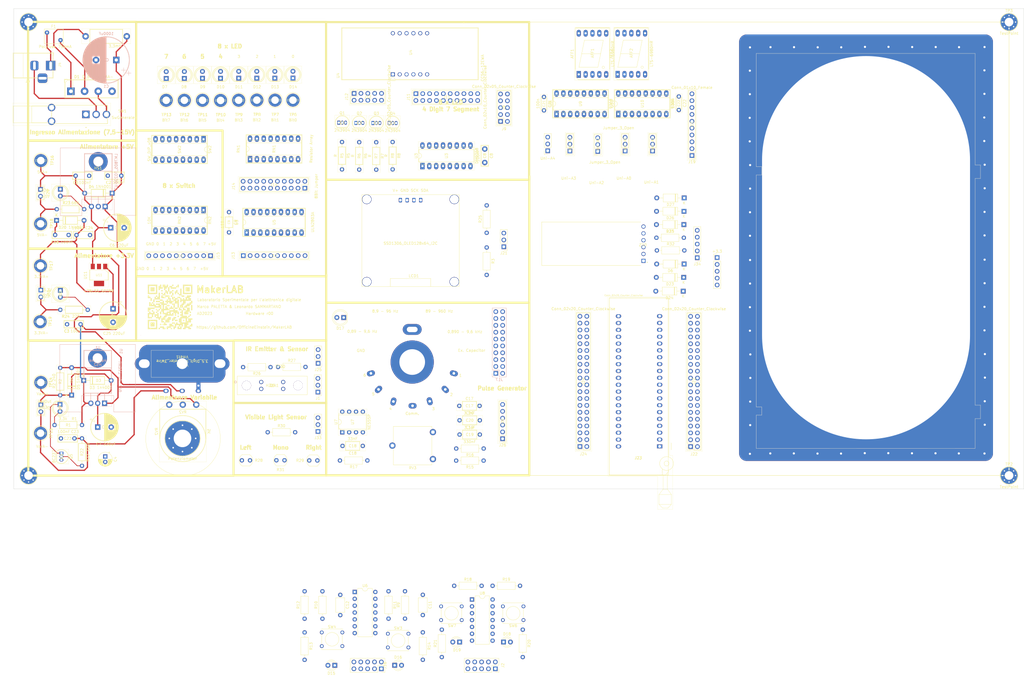
<source format=kicad_pcb>
(kicad_pcb (version 20211014) (generator pcbnew)
  (layers (0 "F.Cu" signal) (31 "B.Cu" signal) (34 "B.Paste" user) (35 "F.Paste" user) (36 "B.SilkS" user "B.Silkscreen") (37 "F.SilkS" user "F.Silkscreen") (38 "B.Mask" user) (39 "F.Mask" user) (44 "Edge.Cuts" user))
  (net 0 "")
  (net 1 "Net-(AFF1-Pad1)")
  (net 2 "Net-(AFF1-Pad2)")
  (net 3 "Net-(AFF1-Pad4)")
  (net 5 "Net-(AFF1-Pad6)")
  (net 6 "Net-(AFF1-Pad7)")
  (net 8 "Net-(AFF1-Pad9)")
  (net 9 "Net-(AFF1-Pad10)")
  (net 10 "Net-(AFF2-Pad1)")
  (net 11 "Net-(AFF2-Pad2)")
  (net 12 "Net-(AFF2-Pad4)")
  (net 14 "Net-(AFF2-Pad6)")
  (net 15 "Net-(AFF2-Pad7)")
  (net 17 "Net-(AFF2-Pad9)")
  (net 18 "Net-(AFF2-Pad10)")
  (net 19 "Net-(D1-Pad1)")
  (net 20 "Net-(D7-Pad1)")
  (net 21 "Net-(D8-Pad1)")
  (net 22 "Net-(D9-Pad1)")
  (net 23 "Net-(D10-Pad1)")
  (net 24 "Net-(D11-Pad1)")
  (net 25 "Net-(D12-Pad1)")
  (net 26 "Net-(D13-Pad1)")
  (net 27 "Net-(D14-Pad1)")
  (net 28 "Net-(J4-Pad2)")
  (net 29 "Net-(J13-Pad9)")
  (net 30 "Net-(J13-Pad2)")
  (net 31 "Net-(J13-Pad3)")
  (net 32 "Net-(J13-Pad4)")
  (net 33 "Net-(J13-Pad5)")
  (net 34 "Net-(J13-Pad6)")
  (net 35 "Net-(J13-Pad7)")
  (net 36 "Net-(J13-Pad8)")
  (net 37 "Net-(J19-Pad1)")
  (net 38 "Net-(J19-Pad2)")
  (net 39 "Net-(J19-Pad3)")
  (net 40 "Net-(J19-Pad4)")
  (net 41 "Net-(J19-Pad5)")
  (net 42 "Net-(J19-Pad6)")
  (net 43 "Net-(J19-Pad7)")
  (net 44 "Net-(J19-Pad8)")
  (net 45 "Net-(J19-Pad9)")
  (net 46 "Net-(J19-Pad10)")
  (net 47 "Net-(Q1-Pad2)")
  (net 48 "Net-(Q2-Pad2)")
  (net 49 "Net-(Q3-Pad2)")
  (net 50 "Net-(Q4-Pad2)")
  (net 51 "Net-(J9-Pad5)")
  (net 52 "Net-(J9-Pad4)")
  (net 53 "Net-(J9-Pad3)")
  (net 54 "Net-(J9-Pad2)")
  (net 55 "Net-(J14-Pad12)")
  (net 56 "Net-(J14-Pad13)")
  (net 57 "Net-(J14-Pad14)")
  (net 58 "Net-(J14-Pad15)")
  (net 59 "Net-(J14-Pad16)")
  (net 60 "Net-(J14-Pad17)")
  (net 61 "Net-(J14-Pad18)")
  (net 62 "Net-(J14-Pad19)")
  (net 63 "Net-(J15-Pad2)")
  (net 64 "Net-(J15-Pad3)")
  (net 65 "Net-(J15-Pad4)")
  (net 66 "Net-(J15-Pad5)")
  (net 67 "Net-(J15-Pad6)")
  (net 68 "Net-(J15-Pad7)")
  (net 69 "Net-(J15-Pad8)")
  (net 71 "Net-(C4-Pad1)")
  (net 72 "/Alimentazione/+Vvar")
  (net 73 "Net-(J11-Pad16)")
  (net 74 "Net-(J11-Pad13)")
  (net 75 "Net-(J11-Pad14)")
  (net 76 "Net-(J12-Pad8)")
  (net 77 "Net-(J11-Pad20)")
  (net 78 "Net-(J14-Pad10)")
  (net 79 "Net-(J14-Pad3)")
  (net 80 "Net-(J14-Pad4)")
  (net 81 "Net-(J14-Pad5)")
  (net 82 "Net-(J14-Pad6)")
  (net 83 "Net-(J14-Pad7)")
  (net 84 "Net-(J14-Pad8)")
  (net 85 "Net-(J14-Pad9)")
  (net 86 "Net-(RV3-Pad2)")
  (net 87 "/Gen_Clock/Clock")
  (net 89 "Net-(C15-Pad1)")
  (net 90 "Net-(R15-Pad2)")
  (net 91 "Net-(J26-Pad4)")
  (net 92 "Net-(R16-Pad2)")
  (net 94 "Net-(U10-Pad5)")
  (net 95 "GNDA")
  (net 96 "Net-(J23-Pad21)")
  (net 97 "Net-(J23-Pad22)")
  (net 98 "Net-(J23-Pad23)")
  (net 99 "Net-(J23-Pad24)")
  (net 100 "Net-(J23-Pad25)")
  (net 101 "Net-(J23-Pad26)")
  (net 102 "Net-(J23-Pad27)")
  (net 103 "Net-(J23-Pad28)")
  (net 104 "Net-(J23-Pad29)")
  (net 105 "Net-(J23-Pad30)")
  (net 106 "Net-(J23-Pad31)")
  (net 107 "Net-(J23-Pad32)")
  (net 108 "Net-(J23-Pad33)")
  (net 109 "Net-(J23-Pad34)")
  (net 110 "Net-(J23-Pad35)")
  (net 111 "Net-(J23-Pad36)")
  (net 112 "Net-(J23-Pad37)")
  (net 113 "Net-(J23-Pad38)")
  (net 114 "Net-(J23-Pad39)")
  (net 115 "Net-(J23-Pad40)")
  (net 116 "Net-(J9-Pad6)")
  (net 117 "Net-(J9-Pad7)")
  (net 118 "Net-(J9-Pad8)")
  (net 119 "Net-(J9-Pad9)")
  (net 120 "Net-(J9-Pad10)")
  (net 121 "/Pulse_2/Pulse+")
  (net 122 "/Pulse_2/Pulse-")
  (net 123 "/Gen_fronti/OUT+")
  (net 124 "/Gen_fronti/OUT-")
  (net 125 "Net-(J12-Pad6)")
  (net 126 "Net-(U9-Pad5)")
  (net 128 "Net-(C17-Pad1)")
  (net 129 "Net-(C18-Pad1)")
  (net 130 "Net-(C19-Pad1)")
  (net 131 "Net-(J12-Pad10)")
  (net 132 "Net-(J11-Pad1)")
  (net 133 "Net-(J11-Pad2)")
  (net 134 "Net-(J11-Pad3)")
  (net 135 "Net-(J11-Pad4)")
  (net 136 "Net-(J11-Pad5)")
  (net 137 "Net-(J11-Pad6)")
  (net 138 "Net-(J11-Pad7)")
  (net 139 "Net-(J11-Pad11)")
  (net 140 "Net-(J11-Pad8)")
  (net 141 "Net-(J11-Pad9)")
  (net 142 "Net-(J11-Pad10)")
  (net 143 "Net-(J11-Pad12)")
  (net 148 "Net-(C1-Pad1)")
  (net 149 "Net-(J14-Pad11)")
  (net 150 "Net-(C20-Pad1)")
  (net 151 "Net-(J12-Pad3)")
  (net 152 "Net-(J12-Pad4)")
  (net 153 "Net-(J12-Pad5)")
  (net 154 "Net-(J12-Pad7)")
  (net 155 "Net-(J12-Pad9)")
  (net 156 "Net-(U10-Pad1)")
  (net 157 "Net-(U10-Pad2)")
  (net 158 "Net-(U10-Pad6)")
  (net 159 "Net-(U10-Pad7)")
  (net 160 "Net-(C16-Pad1)")
  (net 161 "Net-(C7-Pad1)")
  (net 162 "Net-(C24-Pad1)")
  (net 163 "Net-(J15-Pad9)")
  (net 164 "Net-(D2-Pad2)")
  (net 165 "Net-(J22-Pad3)")
  (net 166 "Net-(J22-Pad5)")
  (net 167 "Net-(J22-Pad7)")
  (net 168 "Net-(J22-Pad10)")
  (net 169 "Net-(J22-Pad11)")
  (net 170 "Net-(J22-Pad13)")
  (net 171 "Net-(J22-Pad15)")
  (net 172 "Net-(J22-Pad17)")
  (net 173 "Net-(J22-Pad19)")
  (net 174 "Net-(J22-Pad21)")
  (net 175 "Net-(J22-Pad23)")
  (net 176 "Net-(J22-Pad25)")
  (net 177 "Net-(J22-Pad27)")
  (net 178 "Net-(J22-Pad29)")
  (net 179 "Net-(J22-Pad31)")
  (net 180 "Net-(J22-Pad33)")
  (net 181 "Net-(J22-Pad35)")
  (net 182 "Net-(J22-Pad37)")
  (net 183 "Net-(D21-Pad2)")
  (net 184 "Net-(D2-Pad1)")
  (net 185 "Net-(J22-Pad1)")
  (net 186 "Net-(J22-Pad39)")
  (net 187 "Net-(D1-Pad2)")
  (net 188 "Net-(D1-Pad3)")
  (net 189 "Net-(D22-Pad2)")
  (net 190 "Net-(Q5-Pad2)")
  (net 191 "Net-(F1-Pad1)")
  (net 192 "Net-(D17-Pad2)")
  (net 193 "Net-(J33-Pad2)")
  (net 194 "Net-(C11-Pad1)")
  (net 195 "Net-(C12-Pad1)")
  (net 196 "Net-(D23-Pad1)")
  (net 197 "GND")
  (net 198 "Net-(J21-Pad2)")
  (net 199 "Net-(J21-Pad3)")
  (net 200 "Net-(D15-Pad1)")
  (net 201 "Net-(J25-Pad3)")
  (net 202 "Net-(Q6-Pad1)")
  (net 203 "Net-(J33-Pad1)")
  (net 204 "Net-(J33-Pad3)")
  (net 205 "Net-(J34-Pad2)")
  (net 206 "Net-(J34-Pad3)")
  (net 207 "/Alimentazione/+3.3V")
  (net 208 "+5V")
  (net 209 "/Alimentazione/+5V")
  (net 210 "Net-(D15-Pad2)")
  (net 211 "Net-(D6-Pad1)")
  (net 212 "Net-(D16-Pad1)")
  (net 213 "Net-(D23-Pad2)")
  (net 214 "Net-(D25-Pad2)")
  (net 215 "Net-(D26-Pad2)")
  (net 216 "Net-(D16-Pad2)")
  (net 217 "Net-(D18-Pad1)")
  (net 218 "Net-(D18-Pad2)")
  (net 219 "Net-(D25-Pad1)")
  (net 220 "Net-(J1-Pad2)")
  (net 221 "Net-(J1-Pad3)")
  (net 222 "Net-(J34-Pad4)")
  (net 223 "Net-(J34-Pad5)")
  (net 224 "Net-(R9-Pad1)")
  (net 225 "Net-(R10-Pad1)")
  (net 226 "Net-(R18-Pad1)")
  (net 227 "Net-(R19-Pad2)")
  (net 228 "Net-(D19-Pad2)")
  (net 229 "Net-(U6-Pad6)")
  (net 230 "Net-(D19-Pad1)")
  (footprint "Resistor_THT:R_Axial_DIN0207_L6.3mm_D2.5mm_P10.16mm_Horizontal" (layer "F.Cu") (at 107.696 226.06 90)
    (fp_text reference "R12")
    (fp_text value "10K")
  )
  (footprint "Capacitor_THT:C_Axial_L5.1mm_D3.1mm_P7.50mm_Horizontal" (layer "F.Cu") (at 120.904 217.23 -90)
    (fp_text reference "C12")
    (fp_text value "1uF")
  )
  (footprint "Diode_THT:D_A-405_P10.16mm_Horizontal" (layer "F.Cu") (at 15.875 78.486)
    (fp_text reference "D20")
    (fp_text value "1N4001")
  )
  (footprint "OptoDevice:R_LDR_5.0x4.1mm_P3mm_Vertical" (layer "F.Cu") (at 109.4218 167.4368)
    (fp_text reference "R29")
    (fp_text value "Right")
  )
  (footprint "Package_TO_SOT_THT:TO-92_Inline" (layer "F.Cu") (at 17.653 164.719 -90)
    (fp_text reference "Q5")
    (fp_text value "BC237")
  )
  (footprint "LED_THT:LED_D5.0mm" (layer "F.Cu") (at 96.6724 25.8014 90)
    (fp_text reference "D13")
    (fp_text value "1")
  )
  (footprint "LED_THT:LED_D5.0mm" (layer "F.Cu") (at 103.378 25.776 90)
    (fp_text reference "D14")
    (fp_text value "0")
  )
  (footprint "Resistor_THT:R_Axial_DIN0207_L6.3mm_D2.5mm_P10.16mm_Horizontal" (layer "F.Cu") (at 17.241123 111.6076)
    (fp_text reference "R24")
    (fp_text value "220")
  )
  (footprint "MountingHole:MountingHole_3.2mm_M3_Pad_Via" (layer "F.Cu") (at 5.5 173)
    (fp_text reference "TP4" hide)
    (fp_text value "TestPoint" hide)
  )
  (footprint "Package_TO_SOT_THT:TO-92_Inline" (layer "F.Cu") (at 120.3404 42.2744)
    (fp_text reference "Q1")
    (fp_text value "2N3904")
  )
  (footprint "LED_THT:LED_D3.0mm" (layer "F.Cu") (at 181.356 234.696)
    (fp_text reference "D18")
    (fp_text value "LED")
  )
  (footprint "Capacitor_THT:C_Disc_D7.0mm_W2.5mm_P5.00mm" (layer "F.Cu") (at 39.838 61.9252 180)
    (fp_text reference "C2")
    (fp_text value "100nF")
  )
  (footprint "Package_TO_SOT_THT:TO-92_Inline" (layer "F.Cu") (at 139.0348 42.4224)
    (fp_text reference "Q4")
    (fp_text value "2N3904")
  )
  (footprint "Heatsink2:Heatsink_28x25_Horiz" (layer "F.Cu") (at 31.0838 129.4286)
    (fp_text reference "HS2")
    (fp_text value "Heatsink")
  )
  (footprint "Resistor_THT:R_Axial_DIN0207_L6.3mm_D2.5mm_P10.16mm_Horizontal" (layer "F.Cu") (at 94.0294 156.972)
    (fp_text reference "R30")
    (fp_text value "33k")
  )
  (footprint "Diode_THT:D_A-405_P10.16mm_Horizontal" (layer "F.Cu") (at 21.4376 143.1954 90)
    (fp_text reference "D5")
    (fp_text value "1n4001")
  )
  (footprint "LED_THT:LED_D3.0mm" (layer "F.Cu") (at 118.872 243.332 180)
    (fp_text reference "D15")
    (fp_text value "LED")
  )
  (footprint "Capacitor_THT:C_Axial_L5.1mm_D3.1mm_P7.50mm_Horizontal" (layer "F.Cu") (at 151.468 217.21 -90)
    (fp_text reference "C11")
    (fp_text value "1uF")
  )
  (footprint "Display_7Segment:CA56-12EWA" (layer "F.Cu") (at 140.3604 24.384 90)
    (fp_text reference "U4")
    (fp_text value "CC56-12EWA")
  )
  (footprint "Symbol:Alimentatore Variabile" (layer "F.Cu") (at 25.3238 26.924)
    (fp_text reference "TP24" hide)
    (fp_text value "Ingresso Alimentazione (7,5-15V)")
  )
  (footprint "TestPoint:TestPoint_Loop_D3.80mm_Drill2.8mm" (layer "F.Cu") (at 56.4642 33.9802)
    (fp_text reference "TP13")
    (fp_text value "Bit7")
  )
  (footprint "Resistor_THT:R_Axial_DIN0207_L6.3mm_D2.5mm_P10.16mm_Horizontal" (layer "F.Cu") (at 127.9144 49.5046 -90)
    (fp_text reference "R6")
    (fp_text value "R")
  )
  (footprint "MountingHole:MountingHole_3.2mm_M3_Pad_Via" (layer "F.Cu") (at 5.5 5)
    (fp_text reference "TP1" hide)
    (fp_text value "TestPoint" hide)
  )
  (footprint "Connector_PinHeader_2.54mm:PinHeader_1x06_P2.54mm_Vertical" (layer "F.Cu") (at 181.0004 159.385 180)
    (fp_text reference "J26")
    (fp_text value "Conn_01x06_Female" hide)
  )
  (footprint "Connector_PinSocket_2.54mm:PinSocket_1x03_P2.54mm_Vertical" (layer "F.Cu") (at 216.2302 52.9336 180)
    (fp_text reference "Uni-A2")
    (fp_text value "Jumper_3_Open")
  )
  (footprint "LED_THT:LED_D5.0mm" (layer "F.Cu") (at 69.8754 25.8318 90)
    (fp_text reference "D9")
    (fp_text value "5")
  )
  (footprint "Capacitor_THT:CP_Radial_D10.0mm_P5.00mm" (layer "F.Cu") (at 36.7792 111.2266 -90)
    (fp_text reference "C25")
    (fp_text value "220uF")
  )
  (footprint "Resistor_THT:R_Axial_DIN0207_L6.3mm_D2.5mm_P10.16mm_Horizontal" (layer "F.Cu") (at 140.2842 49.4284 -90)
    (fp_text reference "R8")
    (fp_text value "R")
  )
  (footprint "SerigrafieMakerLAB:Clock NE555" (layer "F.Cu") (at 98.679 133.1214)
    (fp_text reference "TP30")
    (fp_text value "Pulse Generator")
  )
  (footprint "Connector_PinSocket_2.54mm:PinSocket_1x02_P2.54mm_Vertical" (layer "F.Cu") (at 10.058 146.8012)
    (fp_text reference "J5")
    (fp_text value "Conn_01x02_Male" hide)
  )
  (footprint "TestPoint:TestPoint_Loop_D3.80mm_Drill2.8mm" (layer "F.Cu") (at 9.911323 95.3116)
    (fp_text reference "TP17")
    (fp_text value "3.3VA+")
  )
  (footprint "Resistor_THT:R_Axial_DIN0207_L6.3mm_D2.5mm_P10.16mm_Horizontal" (layer "F.Cu") (at 175.1076 83.0834 90)
    (fp_text reference "R25")
    (fp_text value "3,3k")
  )
  (footprint "Connector_PinHeader_2.54mm:PinHeader_1x03_P2.54mm_Vertical" (layer "F.Cu") (at 112.649 156.6926 180)
    (fp_text reference "J33")
    (fp_text value "Visible Light Sensor")
  )
  (footprint "Resistor_THT:R_Axial_DIN0207_L6.3mm_D2.5mm_P10.16mm_Horizontal" (layer "F.Cu") (at 15.9258 74.3458)
    (fp_text reference "R23")
    (fp_text value "680")
  )
  (footprint "TestPoint:TestPoint_Loop_D3.80mm_Drill2.8mm" (layer "F.Cu") (at 9.9314 157.3276)
    (fp_text reference "TP15")
    (fp_text value "VarA-")
  )
  (footprint "Connector_PinSocket_2.54mm:PinSocket_2x05_P2.54mm_Vertical" (layer "F.Cu") (at 178.308 244.622 -90)
    (fp_text reference "J2")
    (fp_text value "Conn_02x05_Counter_Clockwise")
  )
  (footprint "Capacitor_THT:C_Axial_L3.8mm_D2.6mm_P7.50mm_Horizontal" (layer "F.Cu") (at 79.7052 75.4218 -90)
    (fp_text reference "C9")
    (fp_text value "100nF")
  )
  (footprint "TestPoint:TestPoint_Loop_D3.80mm_Drill2.8mm" (layer "F.Cu") (at 90.0176 33.909)
    (fp_text reference "TP8")
    (fp_text value "Bit2")
  )
  (footprint "TestPoint:TestPoint_Loop_D3.80mm_Drill2.8mm" (layer "F.Cu") (at 63.1698 33.9802)
    (fp_text reference "TP12")
    (fp_text value "Bit6")
  )
  (footprint "Capacitor_THT:C_Disc_D7.0mm_W2.5mm_P5.00mm" (layer "F.Cu") (at 22.9254 61.9506)
    (fp_text reference "C5")
    (fp_text value "100nF")
  )
  (footprint "Capacitor_THT:CP_Radial_D10.0mm_P5.00mm" (layer "F.Cu") (at 35.884723 81.2038)
    (fp_text reference "C6")
    (fp_text value "220uF")
  )
  (footprint "MountingHole:MountingHole_3.2mm_M3_Pad_Via" (layer "F.Cu") (at 368.5 5)
    (fp_text reference "TP3")
    (fp_text value "TestPoint")
  )
  (footprint "Resistor_THT:R_Axial_DIN0207_L6.3mm_D2.5mm_P10.16mm_Horizontal" (layer "F.Cu") (at 188.468 230.124 -90)
    (fp_text reference "R20")
    (fp_text value "330")
  )
  (footprint "Diode_THT:D_A-405_P10.16mm_Horizontal" (layer "F.Cu") (at 248.158 75.1078 180)
    (fp_text reference "D26")
    (fp_text value "1n4148")
  )
  (footprint "Connector_PinHeader_2.54mm:PinHeader_1x03_P2.54mm_Vertical" (layer "F.Cu") (at 181.4576 88.265 180)
    (fp_text reference "J21")
    (fp_text value "Conn_01x03")
  )
  (footprint "Package_DIP:DIP-16_W7.62mm_Socket_LongPads" (layer "F.Cu") (at 70.2872 48.3966 -90)
    (fp_text reference "SW2")
    (fp_text value "SW_DIP_x08")
  )
  (footprint "RotarySwitch:Commutatore 2x6" (layer "F.Cu") (at 147.5359 130.8862)
    (fp_text reference "SW5")
    (fp_text value "SW_Rotary12")
  )
  (footprint "Resistor_THT:R_Axial_DIN0207_L6.3mm_D2.5mm_P10.16mm_Horizontal" (layer "F.Cu") (at 177.292 213.868)
    (fp_text reference "R19")
    (fp_text value "10K")
  )
  (footprint "MountingHole:MountingHole_3.2mm_M3_Pad_Via" (layer "F.Cu") (at 368.5 173)
    (fp_text reference "TP2")
    (fp_text value "TestPoint")
  )
  (footprint "Button_Switch_THT:SW_Tactile_Straight_KSL0Axx1LFTR" (layer "F.Cu") (at 188.722 226.568 180)
    (fp_text reference "SW6")
    (fp_text value "SW_Push")
  )
  (footprint "Capacitor_THT:C_Disc_D4.3mm_W1.9mm_P5.00mm" (layer "F.Cu") (at 196.3166 32.7298 -90)
    (fp_text reference "C21")
    (fp_text value "100n")
  )
  (footprint "Capacitor_THT:C_Axial_L5.1mm_D3.1mm_P7.50mm_Horizontal" (layer "F.Cu") (at 165.0676 152.5524)
    (fp_text reference "C20")
    (fp_text value "3,3uF")
  )
  (footprint "Capacitor_THT:C_Axial_L5.1mm_D3.1mm_P7.50mm_Horizontal" (layer "F.Cu") (at 129.236 162.042 180)
    (fp_text reference "C18")
    (fp_text value "33nF")
  )
  (footprint "Diode_THT:D_A-405_P10.16mm_Horizontal" (layer "F.Cu") (at 247.8786 104.6988 180)
    (fp_text reference "D24")
    (fp_text value "1n4148")
  )
  (footprint "Resistor_THT:R_Axial_DIN0207_L6.3mm_D2.5mm_P10.16mm_Horizontal" (layer "F.Cu") (at 130.937 167.4368 180)
    (fp_text reference "R17")
    (fp_text value "330")
  )
  (footprint "Package_DIP:DIP-8_W7.62mm" (layer "F.Cu") (at 121.6506 156.9874 90)
    (fp_text reference "U7")
    (fp_text value "NE555P")
  )
  (footprint "Resistor_THT:R_Axial_DIN0207_L6.3mm_D2.5mm_P10.16mm_Horizontal" (layer "F.Cu") (at 17.2212 143.2716 90)
    (fp_text reference "R2")
    (fp_text value "240")
  )
  (footprint "Resistor_THT:R_Axial_DIN0207_L6.3mm_D2.5mm_P10.16mm_Horizontal" (layer "F.Cu") (at 144.864 226.04 90)
    (fp_text reference "R9")
    (fp_text value "100")
  )
  (footprint "Resistor_THT:R_Axial_DIN0207_L6.3mm_D2.5mm_P10.16mm_Horizontal" (layer "F.Cu") (at 25.273 169.418 90)
    (fp_text reference "R22")
    (fp_text value "330k")
  )
  (footprint "Package_DIP:DIP-16_W7.62mm_Socket_LongPads" (layer "F.Cu") (at 87.493 55.8196 90)
    (fp_text reference "RN1")
    (fp_text value "Resistor Array")
  )
  (footprint "Resistor_THT:R_Axial_DIN0207_L6.3mm_D2.5mm_P10.16mm_Horizontal" (layer "F.Cu") (at 158.496 240.284 90)
    (fp_text reference "R21")
    (fp_text value "330")
  )
  (footprint "Resistor_THT:R_Axial_DIN0207_L6.3mm_D2.5mm_P10.16mm_Horizontal" (layer "F.Cu") (at 175.107599 88.518998 -90)
    (fp_text reference "R3")
    (fp_text value "3,3k")
  )
  (footprint "Resistor_THT:R_Axial_DIN0207_L6.3mm_D2.5mm_P10.16mm_Horizontal" (layer "F.Cu") (at 238.125 89.6112)
    (fp_text reference "R32")
    (fp_text value "1K")
  )
  (footprint "Display:TFT OLED 1.3 I2C" (layer "F.Cu") (at 146.9136 85.979)
    (fp_text reference "LCD1")
    (fp_text value "SSD1306_OLED128x64_I2C")
  )
  (footprint "Capacitor_THT:C_Disc_D7.0mm_W2.5mm_P5.00mm" (layer "F.Cu") (at 24.744923 116.967 180)
    (fp_text reference "C3")
    (fp_text value "100nF")
  )
  (footprint "Package_DIP:DIP-16_W7.62mm_Socket_LongPads" (layer "F.Cu") (at 70.2872 74.6348 -90)
    (fp_text reference "RN2")
    (fp_text value "10K")
  )
  (footprint "Package_DIP:DIP-16_W7.62mm_Socket_LongPads" (layer "F.Cu") (at 223.8296 39.0788 90)
    (fp_text reference "U10")
    (fp_text value "9368")
  )
  (footprint "SerigrafieMakerLAB:Disp4x7Seg" (layer "F.Cu") (at 153.3144 11.9963)
    (fp_text reference "TP27" hide)
    (fp_text value "8 x LED")
  )
  (footprint "Connector_PinSocket_2.54mm:PinSocket_2x05_P2.54mm_Vertical" (layer "F.Cu") (at 180.2438 41.8038 180)
    (fp_text reference "J9")
    (fp_text value "Conn_02x05_Counter_Clockwise")
  )
  (footprint "LED_THT:LED_D5.0mm" (layer "F.Cu") (at 89.9922 25.8014 90)
    (fp_text reference "D12")
    (fp_text value "2")
  )
  (footprint "Capacitor_THT:C_Disc_D7.0mm_W2.5mm_P5.00mm" (layer "F.Cu") (at 15.3308 83.8708)
    (fp_text reference "C16")
    (fp_text value "100nF")
  )
  (footprint "Resistor_THT:R_Axial_DIN0207_L6.3mm_D2.5mm_P10.16mm_Horizontal" (layer "F.Cu") (at 25.273 154.305 180)
    (fp_text reference "R1")
    (fp_text value "3,3k")
  )
  (footprint "LED_THT:LED_D5.0mm" (layer "F.Cu") (at 56.4642 25.903 90)
    (fp_text reference "D7")
    (fp_text value "7")
  )
  (footprint "VoltmeterModule:3,5 Digit 0,28'' Voltmeter" (layer "F.Cu") (at 62.3697 131.6109 180)
    (fp_text reference "Vmet1")
    (fp_text value "3,5_Digit_Voltmeter_3Wire")
    (fp_rect (start -11.5 -5) (end 11.5 5) (layer "Edge.Cuts") (width 0.12) (fill none))
  )
  (footprint "TestPoint:TestPoint_Loop_D3.80mm_Drill2.8mm" (layer "F.Cu") (at 83.2866 33.9548)
    (fp_text reference "TP9")
    (fp_text value "Bit3")
  )
  (footprint "Package_DIP:DIP-14_W7.62mm" (layer "F.Cu") (at 169.672 218.948)
    (fp_text reference "U8")
    (fp_text value "74LS00")
  )
  (footprint "TestPoint:TestPoint_Loop_D3.80mm_Drill2.8mm" (layer "F.Cu") (at 76.581 34.031)
    (fp_text reference "TP10")
    (fp_text value "Bit4")
  )
  (footprint "Diode_THT:D_A-405_P10.16mm_Horizontal" (layer "F.Cu") (at 36.449 68.4022 180)
    (fp_text reference "D4")
    (fp_text value "1N4001")
  )
  (footprint "Connector_PinHeader_2.54mm:PinHeader_1x03_P2.54mm_Vertical" (layer "F.Cu") (at 112.6998 131.445 180)
    (fp_text reference "J25")
    (fp_text value "IR Emitter & Sensor")
  )
  (footprint "LED_THT:LED_D3.0mm" (layer "F.Cu") (at 141.049 243.312)
    (fp_text reference "D16")
    (fp_text value "LED")
  )
  (footprint "LED_THT:LED_D5.0mm" (layer "F.Cu") (at 122.174 114.4778 180)
    (fp_text reference "D17")
    (fp_text value "LED")
  )
  (footprint "Resistor_THT:R_Axial_DIN0207_L6.3mm_D2.5mm_P10.16mm_Horizontal" (layer "F.Cu") (at 97.8662 132.7808)
    (fp_text reference "R27")
    (fp_text value "4,7k")
  )
  (footprint "Display_7Segment:7SegmentLED_LTS6760_LTS6780" (layer "F.Cu") (at 223.5856 24.3586 90)
    (fp_text reference "AFF2")
    (fp_text value "LTS-6980HR")
  )
  (footprint "TestPoint:TestPoint_Loop_D3.80mm_Drill2.8mm" (layer "F.Cu") (at 10.033 138.5316)
    (fp_text reference "TP14")
    (fp_text value "VarA+")
  )
  (footprint "Package_DIP:DIP-14_W7.62mm" (layer "F.Cu") (at 126.258 216.158)
    (fp_text reference "U6")
    (fp_text value "74LS14")
  )
  (footprint "Package_TO_SOT_THT:TO-92_Inline" (layer "F.Cu") (at 132.9896 42.397)
    (fp_text reference "Q3")
    (fp_text value "2N3904")
  )
  (footprint "Symbol:Alimentatore Variabile" (layer "F.Cu") (at 25.3238 68.9356)
    (fp_text reference "TP23" hide)
    (fp_text value "Alimentatore +5V")
  )
  (footprint "Breadboard:BreadBoard 81x146" (layer "F.Cu") (at 316.5602 88.5952)
    (fp_text reference "TP5")
    (fp_text value "TestPoint")
    (fp_line (start -41.63 -26.961) (end -41.63 59.039) (layer "Edge.Cuts") (width 0.12))
    (fp_line (start -41.63 -26.961) (end -39.63 -26.961) (layer "Edge.Cuts") (width 0.12))
    (fp_line (start 39.37 74.3438) (end -41.6306 74.3712) (layer "Edge.Cuts") (width 0.12))
    (fp_line (start -41.63 62.039) (end -39.63 62.039) (layer "Edge.Cuts") (width 0.12))
    (fp_line (start 39.37 -30.6562) (end 41.37 -30.6562) (layer "Edge.Cuts") (width 0.12))
    (fp_line (start 39.37 58.3438) (end 39.37 -25.6562) (layer "Edge.Cuts") (width 0.12))
    (fp_line (start -41.63 -30) (end -41.63 -71.961) (layer "Edge.Cuts") (width 0.12))
    (fp_line (start -39.63 -30) (end -39.63 -26.961) (layer "Edge.Cuts") (width 0.12))
    (fp_line (start 39.37 -30.6562) (end 39.37 -71.961) (layer "Edge.Cuts") (width 0.12))
    (fp_line (start 41.37 63.3438) (end 41.37 58.3438) (layer "Edge.Cuts") (width 0.12))
    (fp_line (start 41.37 -25.6562) (end 41.37 -30.6562) (layer "Edge.Cuts") (width 0.12))
    (fp_line (start 39.37 58.3438) (end 41.37 58.3438) (layer "Edge.Cuts") (width 0.12))
    (fp_line (start -41.63 -71.961) (end 39.37 -71.961) (layer "Edge.Cuts") (width 0.12))
    (fp_line (start 39.37 63.3438) (end 39.37 74.3438) (layer "Edge.Cuts") (width 0.12))
    (fp_line (start 41.37 -25.6562) (end 39.37 -25.6562) (layer "Edge.Cuts") (width 0.12))
    (fp_line (start 39.37 63.3438) (end 41.37 63.3438) (layer "Edge.Cuts") (width 0.12))
    (fp_line (start -39.63 59.039) (end -39.63 62.039) (layer "Edge.Cuts") (width 0.12))
    (fp_line (start -41.63 -30) (end -39.63 -30) (layer "Edge.Cuts") (width 0.12))
    (fp_line (start -39.63 59.039) (end -41.63 59.039) (layer "Edge.Cuts") (width 0.12))
    (fp_line (start -41.63 62.039) (end -41.6306 74.3712) (layer "Edge.Cuts") (width 0.12))
  )
  (footprint "Resistor_THT:R_Axial_DIN0207_L6.3mm_D2.5mm_P10.16mm_Horizontal" (layer "F.Cu") (at 121.539 49.4284 -90)
    (fp_text reference "R5")
    (fp_text value "R")
  )
  (footprint "Resistor_THT:R_Axial_DIN0207_L6.3mm_D2.5mm_P10.16mm_Horizontal" (layer "F.Cu") (at 107.696 231.14 -90)
    (fp_text reference "R13")
    (fp_text value "330")
  )
  (footprint "Connector_PinSocket_2.54mm:PinSocket_1x02_P2.54mm_Vertical" (layer "F.Cu") (at 9.931 66.9998)
    (fp_text reference "J29")
    (fp_text value "Conn_01x02_Male" hide)
  )
  (footprint "LED_THT:LED_D5.0mm" (layer "F.Cu") (at 17.272 66.926 -90)
    (fp_text reference "D21")
    (fp_text value "+5V")
  )
  (footprint "Resistor_THT:R_Axial_DIN0207_L6.3mm_D2.5mm_P10.16mm_Horizontal" (layer "F.Cu") (at 163.068 213.868)
    (fp_text reference "R18")
    (fp_text value "10K")
  )
  (footprint "Package_TO_SOT_SMD:SOT-223" (layer "F.Cu") (at 31.5722 98.7044 -90)
    (fp_text reference "U11")
    (fp_text value "L78L33_SOT89")
  )
  (footprint "TestPoint:TestPoint_Loop_D3.80mm_Drill2.8mm" (layer "F.Cu") (at 69.9008 33.9802)
    (fp_text reference "TP11")
    (fp_text value "Bit5")
  )
  (footprint "TestPoint:TestPoint_Loop_D3.80mm_Drill2.8mm" (layer "F.Cu") (at 10.033 56.3118)
    (fp_text reference "TP16")
    (fp_text value "5VA+")
  )
  (footprint "Connector_PinSocket_2.54mm:PinSocket_1x10_P2.54mm_Vertical" (layer "F.Cu") (at 84.993 91.542 90)
    (fp_text reference "J13")
    (fp_text value "GND 0  1  2  3  4  5  6  7  +5V")
  )
  (footprint "TestPoint:TestPoint_Loop_D3.80mm_Drill2.8mm" (layer "F.Cu") (at 96.7486 33.9294)
    (fp_text reference "TP7")
    (fp_text value "Bit1")
  )
  (footprint "Capacitor_THT:C_Disc_D4.3mm_W1.9mm_P5.00mm" (layer "F.Cu") (at 246.253 32.5774 -90)
    (fp_text reference "C22")
    (fp_text value "100n")
  )
  (footprint "Resistor_THT:R_Axial_DIN0207_L6.3mm_D2.5mm_P10.16mm_Horizontal" (layer "F.Cu") (at 173.99 163.0172 180)
    (fp_text reference "R16")
    (fp_text value "22K")
  )
  (footprint "Capacitor_THT:C_Axial_L5.1mm_D3.1mm_P7.50mm_Horizontal" (layer "F.Cu") (at 164.973 147.193)
    (fp_text reference "C17")
    (fp_text value "3,3nF")
  )
  (footprint "Diode_THT:D_A-405_P10.16mm_Horizontal" (layer "F.Cu") (at 248.0564 99.5934 180)
    (fp_text reference "D23")
    (fp_text value "1n4148")
  )
  (footprint "Resistor_THT:R_Axial_DIN0207_L6.3mm_D2.5mm_P10.16mm_Horizontal" (layer "F.Cu") (at 95.0722 132.857 180)
    (fp_text reference "R26")
    (fp_text value "220")
  )
  (footprint "Capacitor_THT:C_Disc_D7.0mm_W2.5mm_P5.00mm" (layer "F.Cu") (at 22.479 159.258 180)
    (fp_text reference "C23")
    (fp_text value "100nF")
  )
  (footprint "Varistor:RV_Disc_D7mm_W5.4mm_P5mm" (layer "F.Cu") (at 12.319 8.89)
    (fp_text reference "F1")
    (fp_text value "Polyfuse 750mA")
  )
  (footprint "Resistor_THT:R_Axial_DIN0207_L6.3mm_D2.5mm_P10.16mm_Horizontal" (layer "F.Cu") (at 173.9646 167.4876 180)
    (fp_text reference "R15")
    (fp_text value "1K")
  )
  (footprint "Package_DIP:DIP-16_W7.62mm_Socket_LongPads" (layer "F.Cu") (at 200.9696 39.0788 90)
    (fp_text reference "U9")
    (fp_text value "9368")
  )
  (footprint "Connector_PinSocket_2.54mm:PinSocket_2x05_P2.54mm_Vertical" (layer "F.Cu") (at 136.114 244.622 -90)
    (fp_text reference "J16")
    (fp_text value "Conn_02x05_Counter_Clockwise")
  )
  (footprint "Symbol:Alimentatore Variabile" (layer "F.Cu") (at 43.3832 148.0312)
    (fp_text reference "TP21" hide)
    (fp_text value "Alimentaore Variabile")
  )
  (footprint "Resistor_THT:R_Axial_DIN0207_L6.3mm_D2.5mm_P10.16mm_Horizontal" (layer "F.Cu") (at 151.468 231.12 -90)
    (fp_text reference "R14")
    (fp_text value "330")
  )
  (footprint "LED_THT:LED_D5.0mm" (layer "F.Cu") (at 83.312 25.8014 90)
    (fp_text reference "D11")
    (fp_text value "3")
  )
  (footprint "TestPoint:TestPoint_Loop_D3.80mm_Drill2.8mm" (layer "F.Cu") (at 103.378 33.9344)
    (fp_text reference "TP6")
    (fp_text value "Bit0")
  )
  (footprint "TestPoint:TestPoint_Loop_D3.80mm_Drill2.8mm" (layer "F.Cu") (at 9.784323 116.038)
    (fp_text reference "TP19")
    (fp_text value "3.3VA-")
  )
  (footprint "Button_Switch_THT:SW_Tactile_Straight_KSL0Axx1LFTR" (layer "F.Cu") (at 114.046 231.14)
    (fp_text reference "SW4")
    (fp_text value "SW_Push")
  )
  (footprint "Connector_PinSocket_2.54mm:PinSocket_1x03_P2.54mm_Vertical" (layer "F.Cu") (at 205.9178 52.7812 180)
    (fp_text reference "Uni-A3")
    (fp_text value "Jumper_3_Open" hide)
  )
  (footprint "Package_DIP:DIP-16_W7.62mm_LongPads" (layer "F.Cu") (at 151.3228 58.3588 90)
    (fp_text reference "U3")
    (fp_text value "DM9368")
  )
  (footprint "Button_Switch_THT:SW_100SP1T2B4M7QE" (layer "F.Cu") (at 30.52125 39.21225)
    (fp_text reference "SW1")
    (fp_text value "SwGenerale")
  )
  (footprint "Connector_PinHeader_2.54mm:PinHeader_1x10_P2.54mm_Vertical" (layer "F.Cu") (at 251.1044 54.4526 180)
    (fp_text reference "J19")
    (fp_text value "Conn_01x10_Female")
  )
  (footprint "Connector_PinSocket_2.54mm:PinSocket_2x20_P2.54mm_Vertical" (layer "F.Cu") (at 209.637 162.2714 180)
    (fp_text reference "J24")
    (fp_text value "Conn_02x20_Counter_Clockwise")
  )
  (footprint "Symbol:Alimentatore Variabile" (layer "F.Cu") (at 25.2984 106.0196)
    (fp_text reference "TP22" hide)
    (fp_text value "Alimentatore +3,3V")
  )
  (footprint "Diode_THT:D_A-405_P10.16mm_Horizontal" (layer "F.Cu") (at 248.2088 94.6404 180)
    (fp_text reference "D6")
    (fp_text value "1n4148")
  )
  (footprint "Connector_PinSocket_2.54mm:PinSocket_1x10_P2.54mm_Vertical" (layer "F.Cu") (at 72.868 91.567 -90)
    (fp_text reference "J15")
    (fp_text value "GND 0  1  2  3  4  5  6  7 +5V")
  )
  (footprint "Connector_PinSocket_2.54mm:PinSocket_1x03_P2.54mm_Vertical" (layer "F.Cu") (at 197.7136 52.705 180)
    (fp_text reference "Uni-A4")
    (fp_text value "Jumper_3_Open")
  )
  (footprint "Package_TO_SOT_THT:TO-92_Inline" (layer "F.Cu") (at 126.6904 42.3716)
    (fp_text reference "Q2")
    (fp_text value "2N3904")
  )
  (footprint "Resistor_THT:R_Axial_DIN0207_L6.3mm_D2.5mm_P10.16mm_Horizontal" (layer "F.Cu") (at 134.2136 49.53 -90)
    (fp_text reference "R7")
    (fp_text value "R")
  )
  (footprint "Resistor_THT:R_Axial_DIN0207_L6.3mm_D2.5mm_P10.16mm_Horizontal" (layer "F.Cu") (at 138.768 215.88 -90)
    (fp_text reference "R11")
    (fp_text value "10K")
  )
  (footprint "Connector_PinSocket_2.54mm:PinSocket_2x10_P2.54mm_Vertical" (layer "F.Cu") (at 148.8994 31.5268 90)
    (fp_text reference "J11")
    (fp_text value "Conn_02x10_Counter_Clockwise")
  )
  (footprint "Resistor_THT:R_Axial_DIN0207_L6.3mm_D2.5mm_P10.16mm_Horizontal" (layer "F.Cu") (at 114.3 226.06 90)
    (fp_text reference "R10")
    (fp_text value "100")
  )
  (footprint "LED_THT:LED_D5.0mm" (layer "F.Cu") (at 63.1698 25.8776 90)
    (fp_text reference "D8")
    (fp_text value "6")
  )
  (footprint "Capacitor_THT:CP_Radial_D10.0mm_P5.00mm" (layer "F.Cu") (at 31.0896 155.067)
    (fp_text reference "C7")
    (fp_text value "220uF")
  )
  (footprint "TestPoint:TestPoint_Loop_D3.80mm_Drill2.8mm" (layer "F.Cu") (at 9.9568 79.7306)
    (fp_text reference "TP18")
    (fp_text value "5VA-")
  )
  (footprint "Connector_PinSocket_2.54mm:PinSocket_2x05_P2.54mm_Vertical" (layer "F.Cu") (at 126.014 31.4252 90)
    (fp_text reference "J12")
    (fp_text value "Conn_02x05_Counter_Clockwise")
  )
  (footprint "SerigrafieMakerLAB:MakerLABTitoli" (layer "F.Cu") (at 76.4032 113.6142)
    (fp_text reference "TP28" hide)
    (fp_text value "MakerLAB" hide)
  )
  (footprint "Capacitor_THT:CP_Radial_D5.0mm_P2.00mm" (layer "F.Cu") (at 33.8836 165.9636 -90)
    (fp_text reference "C4")
    (fp_text value "10uF")
  )
  (footprint "Diode_THT:Diode_Bridge_Vishay_KBL" (layer "F.Cu") (at 21.1582 30.6324)
    (fp_text reference "D1")
    (fp_text value "D_Bridge_+AA-")
  )
  (footprint "Connector_PinHeader_2.54mm:PinHeader_1x05_P2.54mm_Vertical" (layer "F.Cu") (at 253.0602 92.329 180)
    (fp_text reference "J34")
    (fp_text value "Conn_01x05")
  )
  (footprint "Button_Switch_THT:SW_Tactile_Straight_KSL0Axx1LFTR" (layer "F.Cu") (at 138.514 231.628)
    (fp_text reference "SW3")
    (fp_text value "SW_Push")
  )
  (footprint "Inductor_THT:L_Axial_L12.0mm_D5.0mm_P15.24mm_Horizontal_Fastron_MISC" (layer "F.Cu") (at 26.619201 10.287)
    (fp_text reference "L1")
    (fp_text value "3,3mH")
  )
  (footprint "Diode_THT:D_A-405_P10.16mm_Horizontal" (layer "F.Cu") (at 25.908 137.7852)
    (fp_text reference "D3")
    (fp_text value "1n4001")
  )
  (footprint "LED_THT:LED_D5.0mm" (layer "F.Cu") (at 17.145 146.685 -90)
    (fp_text reference "D2")
    (fp_text value "VarOut")
  )
  (footprint "Button_Switch_THT:SW_Tactile_Straight_KSL0Axx1LFTR" (layer "F.Cu") (at 165.862 226.568 180)
    (fp_text reference "SW7")
    (fp_text value "SW_Push")
  )
  (footprint "Connector_PinHeader_2.54mm:PinHeader_1x05_P2.54mm_Vertical" (layer "F.Cu") (at 260.4262 92.2578)
    (fp_text reference "+3.3")
    (fp_text value "Conn_01x05")
  )
  (footprint "Potentiometer_THT:Potentiometer_ACP_CA14V-15_Vertical" (layer "F.Cu") (at 155.201 156.925 180)
    (fp_text reference "RV3")
    (fp_text value "220K")
  )
  (footprint "Capacitor_THT:C_Disc_D7.5mm_W2.5mm_P5.00mm" (layer "F.Cu") (at 174.3964 52.0338 -90)
    (fp_text reference "C8")
    (fp_text value "100nF")
  )
  (footprint "Capacitor_THT:C_Axial_L5.1mm_D3.1mm_P7.50mm_Horizontal" (layer "F.Cu") (at 165.0676 157.8356)
    (fp_text reference "C19")
    (fp_text value "330nF")
  )
  (footprint "MountingHole:MountingHole_6.5mm_Pad_Via" (layer "F.Cu") (at 62.484 159.258)
    (fp_text reference "TP20" hide)
    (fp_text value "Potenziometer")
  )
  (footprint "Connector_PinSocket_2.54mm:PinSocket_1x03_P2.54mm_Vertical" (layer "F.Cu") (at 226.3648 52.7812 180)
    (fp_text reference "Uni-A0")
    (fp_text value "Jumper_3_Open")
  )
  (footprint "Connector_PinHeader_2.54mm:PinHeader_1x03_P2.54mm_Vertical" (layer "F.Cu") (at 112.6236 142.098 180)
    (fp_text reference "J1")
    (fp_text value "Fix-Mod")
  )
  (footprint "Capacitor_THT:C_Disc_D7.0mm_W2.5mm_P5.00mm" (layer "F.Cu") (at 23.241 83.8962)
    (fp_text reference "C24")
    (fp_text value "100nF")
  )
  (footprint "OptoDevice:R_LDR_5.0x4.1mm_P3mm_Vertical" (layer "F.Cu") (at 84.4776 167.386)
    (fp_text reference "R28")
    (fp_text value "Left")
  )
  (footprint "LED_THT:LED_D5.0mm" (layer "F.Cu") (at 76.576294 25.8252 90)
    (fp_text reference "D10")
    (fp_text value "4")
  )
  (footprint "Resistor_THT:R_Axial_DIN0207_L6.3mm_D2.5mm_P10.16mm_Horizontal" (layer "F.Cu") (at 237.9472 84.9122)
    (fp_text reference "R33")
    (fp_text value "1K")
  )
  (footprint "Connector_PinSocket_2.54mm:PinSocket_1x02_P2.54mm_Vertical" (layer "F.Cu") (at 10.037923 104.2978)
    (fp_text reference "J30")
    (fp_text value "Conn_01x02_Male" hide)
  )
  (footprint "Connector_PinSocket_2.54mm:PinSocket_2x20_P2.54mm_Vertical" (layer "F.Cu") (at 250.6018 162.3014 180)
    (fp_text reference "J22")
    (fp_text value "Conn_02x20_Counter_Clockwise")
  )
  (footprint "LED_THT:LED_D5.0mm" (layer "F.Cu") (at 17.272 104.394 -90)
    (fp_text reference "D22")
    (fp_text value "+3.3V")
  )
  (footprint "Connector_PinSocket_2.54mm:PinSocket_2x10_P2.54mm_Vertical" (layer "F.Cu") (at 107.793 66.543 -90)
    (fp_text reference "J14")
    (fp_text value "8Bit Jumper")
  )
  (footprint "Package_DIP:DIP-18_W7.62mm_Socket_LongPads" (layer "F.Cu") (at 86.243 83.0076 90)
    (fp_text reference "U5")
    (fp_text value "ULN2803A")
  )
  (footprint "LED_THT:LED_D3.0mm" (layer "F.Cu") (at 165.1 234.696 180)
    (fp_text reference "D19")
    (fp_text value "LED")
  )
  (footprint "Diode_THT:D_A-405_P10.16mm_Horizontal" (layer "F.Cu") (at 248.1072 80.0354 180)
    (fp_text reference "D25")
    (fp_text value "1n4148")
  )
  (footprint "Symbol:Alimentatore Variabile" (layer "F.Cu") (at 61.3364 72.1864)
    (fp_text reference "TP25" hide)
    (fp_text value "8 x Switch")
  )
  (footprint "Diode_THT:D_A-405_P10.16mm_Horizontal" (layer "F.Cu") (at 248.2342 70.1548 180)
    (fp_text reference "D27")
    (fp_text value "1n4148")
  )
  (footprint "Socket:DIP_Socket-40_W22.1_W22.86_W25.4_W27.94_W28.7_3M_240-3639-00-0602J" (layer "F.Cu") (at 238.510899 162.207798 180)
    (fp_text reference "J23")
    (fp_text value "Conn_02x20_Counter_Clockwise")
  )
  (footprint "OptoDevice:R_LDR_5.0x4.1mm_P3mm_Vertical" (layer "F.Cu") (at 97.2538 167.3606)
    (fp_text reference "R31")
    (fp_text value "Mono")
  )
  (footprint "Connector_BarrelJack:BarrelJack_Horizontal" (layer "F.Cu") (at 13.6708 21.1151)
    (fp_text reference "J4")
    (fp_text value "Barrel_Jack_MountingPin" hide)
  )
  (footprint "Symbol:Alimentatore Variabile" (layer "F.Cu") (at 80.645 29.972)
    (fp_text reference "TP26" hide)
    (fp_text value "8 x LED")
  )
  (footprint "Sensor:H21A1" (layer "F.Cu") (at 91.6432 138.3688)
    (fp_text reference "Q6")
    (fp_text value "H21A1")
  )
  (footprint "Display_7Segment:7SegmentLED_LTS6760_LTS6780" (layer "F.Cu") (at 209.1992 24.384 90)
    (fp_text reference "AFF1")
    (fp_text value "LTS-6980HR")
  )
  (footprint "RF_Module:HC-05 Module Horizontal (ZC14200)" (layer "F.Cu") (at 232.9836 87.0712 180)
    (fp_text reference "U12")
    (fp_text value "HC-05 (ZC142200)")
  )
  (footprint "Connector_PinSocket_2.54mm:PinSocket_1x03_P2.54mm_Vertical" (layer "F.Cu") (at 236.5248 52.7812 180)
    (fp_text reference "Uni-A1")
    (fp_text value "Jumper_3_Open" hide)
  )
  (footprint "Heatsink2:Heatsink_28x25_Horiz" (layer "B.Cu") (at 31.242 56.618 180)
    (fp_text reference "HS1" hide)
    (fp_text value "Heatsink" hide)
  )
  (footprint "Potentiometer_THT:Potentiometer_Omeg_PC16BU_Vertical" (layer "B.Cu") (at 67.5894 146.7612 -90)
    (fp_text reference "RV2")
    (fp_text value "5K")
  )
  (footprint "Capacitor_THT:CP_Radial_D17.0mm_P7.50mm" (layer "B.Cu") (at 37.973 19.05)
    (fp_text reference "C1")
    (fp_text value "1000uF")
  )
  (footprint "Package_TO_SOT_THT:TO-220-3_Horizontal_TabDown" (layer "B.Cu") (at 33.8582 73.3288 180)
    (fp_text reference "U2")
    (fp_text value "LM7805_TO220")
  )
  (footprint "Connector_PinHeader_2.54mm:PinHeader_2x10_P2.54mm_Vertical" (layer "B.Cu") (at 178.4858 135.1534)
    (fp_text reference "J17")
    (fp_text value "Conn_02x10_Counter_Clockwise")
  )
  (footprint "Package_TO_SOT_THT:TO-220-3_Horizontal_TabDown" (layer "B.Cu") (at 33.6296 146.2278 180)
    (fp_text reference "U1")
    (fp_text value "LM317_TO-220")
  )
  (gr_rect (start 5.5 5) (end 368.5 173) (layer "F.SilkS") (width 0.15) (fill none))
  (gr_circle (center 62.6872 159.3088) (end 76.494641 159.3088) (layer "F.SilkS") (width 0.1) (fill none))
  (gr_rect (start 0 0) (end 374 178) (layer "Edge.Cuts") (width 0.1) (fill none))
  (segment (start 14.859 9.144) (end 16.256 7.747) (width 0.45) (layer "F.Cu") (net 19))
  (segment (start 21.1582 20.0152) (end 14.859 13.716) (width 0.45) (layer "F.Cu") (net 19))
  (segment (start 14.859 13.716) (end 14.859 9.144) (width 0.45) (layer "F.Cu") (net 19))
  (segment (start 21.1582 30.6324) (end 21.1582 20.0152) (width 0.45) (layer "F.Cu") (net 19))
  (segment (start 16.256 7.747) (end 24.079201 7.747) (width 0.45) (layer "F.Cu") (net 19))
  (segment (start 24.079201 7.747) (end 26.619201 10.287) (width 0.45) (layer "F.Cu") (net 19))
  (segment (start 27.686 33.274) (end 9.398 33.274) (width 0.45) (layer "F.Cu") (net 28))
  (segment (start 7.62 31.496) (end 7.62 21.1659) (width 0.45) (layer "F.Cu") (net 28))
  (segment (start 7.62 21.1659) (end 7.6708 21.1151) (width 0.45) (layer "F.Cu") (net 28))
  (segment (start 30.52125 36.10925) (end 27.686 33.274) (width 0.45) (layer "F.Cu") (net 28))
  (segment (start 30.52125 39.21225) (end 30.52125 36.10925) (width 0.45) (layer "F.Cu") (net 28))
  (segment (start 9.398 33.274) (end 7.62 31.496) (width 0.45) (layer "F.Cu") (net 28))
  (segment (start 59.436 144.526) (end 65.3542 144.526) (width 0.45) (layer "F.Cu") (net 71))
  (segment (start 27.305 133.985) (end 35.687 133.985) (width 0.45) (layer "F.Cu") (net 71))
  (segment (start 26.3554 133.0354) (end 27.305 133.985) (width 0.45) (layer "F.Cu") (net 71))
  (segment (start 38.608 139.7) (end 38.608 144.145) (width 0.45) (layer "F.Cu") (net 71))
  (segment (start 17.2974 133.0354) (end 17.2212 133.1116) (width 0.45) (layer "F.Cu") (net 71))
  (segment (start 58.166 143.256) (end 59.436 144.526) (width 0.45) (layer "F.Cu") (net 71))
  (segment (start 38.608 144.145) (end 36.5252 146.2278) (width 0.45) (layer "F.Cu") (net 71))
  (segment (start 38.608 140.208) (end 57.277 140.208) (width 0.45) (layer "F.Cu") (net 71))
  (segment (start 35.687 133.985) (end 38.608 136.906) (width 0.45) (layer "F.Cu") (net 71))
  (segment (start 21.4376 133.0354) (end 17.2974 133.0354) (width 0.45) (layer "F.Cu") (net 71))
  (segment (start 57.277 140.208) (end 58.166 141.097) (width 0.45) (layer "F.Cu") (net 71))
  (segment (start 21.4376 133.0354) (end 26.3554 133.0354) (width 0.45) (layer "F.Cu") (net 71))
  (segment (start 38.608 139.7) (end 38.608 140.208) (width 0.45) (layer "F.Cu") (net 71))
  (segment (start 38.608 136.906) (end 38.608 139.7) (width 0.45) (layer "F.Cu") (net 71))
  (segment (start 58.166 141.097) (end 58.166 143.256) (width 0.45) (layer "F.Cu") (net 71))
  (segment (start 65.3542 144.526) (end 67.5894 146.7612) (width 0.45) (layer "F.Cu") (net 71))
  (segment (start 36.5252 146.2278) (end 33.6296 146.2278) (width 0.45) (layer "F.Cu") (net 71))
  (segment (start 26.162 171.069) (end 27.305 169.926) (width 0.45) (layer "F.Cu") (net 72))
  (segment (start 47.0781 141.6439) (end 44.577 144.145) (width 0.45) (layer "F.Cu") (net 72))
  (segment (start 44.577 157.861) (end 41.148 161.29) (width 0.45) (layer "F.Cu") (net 72))
  (segment (start 27.305 161.29) (end 25.273 159.258) (width 0.45) (layer "F.Cu") (net 72))
  (segment (start 10.058 149.3412) (end 10.058 157.201) (width 0.45) (layer "F.Cu") (net 72))
  (segment (start 56.3697 141.6439) (end 47.0781 141.6439) (width 0.45) (layer "F.Cu") (net 72))
  (segment (start 9.9314 164.4396) (end 9.9314 157.3276) (width 0.45) (layer "F.Cu") (net 72))
  (segment (start 10.058 157.201) (end 9.9314 157.3276) (width 0.45) (layer "F.Cu") (net 72))
  (segment (start 27.305 169.926) (end 27.305 161.29) (width 0.45) (layer "F.Cu") (net 72))
  (segment (start 9.906 164.465) (end 9.9314 164.4396) (width 0.45) (layer "F.Cu") (net 72))
  (segment (start 44.577 144.145) (end 44.577 157.861) (width 0.45) (layer "F.Cu") (net 72))
  (segment (start 16.51 171.069) (end 26.162 171.069) (width 0.45) (layer "F.Cu") (net 72))
  (segment (start 16.51 171.069) (end 9.906 164.465) (width 0.45) (layer "F.Cu") (net 72))
  (segment (start 41.148 161.29) (end 27.305 161.29) (width 0.45) (layer "F.Cu") (net 72))
  (segment (start 22.479 159.258) (end 25.273 159.258) (width 0.45) (layer "F.Cu") (net 72))
  (segment (start 28.5496 146.2278) (end 26.6192 146.2278) (width 0.45) (layer "F.Cu") (net 148))
  (segment (start 38.354 79.248) (end 38.354 88.773) (width 0.45) (layer "F.Cu") (net 148))
  (segment (start 25.908 145.5166) (end 26.6192 146.2278) (width 0.45) (layer "F.Cu") (net 148))
  (segment (start 26.6192 146.2278) (end 25.273 147.574) (width 0.45) (layer "F.Cu") (net 148))
  (segment (start 33.8582 74.7522) (end 38.354 79.248) (width 0.45) (layer "F.Cu") (net 148))
  (segment (start 41.529 115.189) (end 37.846 118.872) (width 0.45) (layer "F.Cu") (net 148))
  (segment (start 39.838 25.106) (end 39.838 61.9252) (width 0.45) (layer "F.Cu") (net 148))
  (segment (start 41.529 91.948) (end 41.529 115.189) (width 0.45) (layer "F.Cu") (net 148))
  (segment (start 38.354 88.773) (end 41.529 91.948) (width 0.45) (layer "F.Cu") (net 148))
  (segment (start 36.449 68.4022) (end 36.449 70.738) (width 0.45) (layer "F.Cu") (net 148))
  (segment (start 39.838 61.9252) (end 39.838 65.0132) (width 0.45) (layer "F.Cu") (net 148))
  (segment (start 41.859201 10.287) (end 41.859201 12.115799) (width 0.45) (layer "F.Cu") (net 148))
  (segment (start 37.973 19.05) (end 37.973 23.241) (width 0.45) (layer "F.Cu") (net 148))
  (segment (start 25.273 147.574) (end 25.273 154.305) (width 0.45) (layer "F.Cu") (net 148))
  (segment (start 37.846 118.872) (end 26.649923 118.872) (width 0.45) (layer "F.Cu") (net 148))
  (segment (start 37.973 23.241) (end 39.838 25.106) (width 0.45) (layer "F.Cu") (net 148))
  (segment (start 36.449 70.738) (end 33.8582 73.3288) (width 0.45) (layer "F.Cu") (net 148))
  (segment (start 37.973 16.002) (end 37.973 19.05) (width 0.45) (layer "F.Cu") (net 148))
  (segment (start 39.838 65.0132) (end 36.449 68.4022) (width 0.45) (layer "F.Cu") (net 148))
  (segment (start 33.8582 73.3288) (end 33.8582 74.7522) (width 0.45) (layer "F.Cu") (net 148))
  (segment (start 25.908 137.7852) (end 25.908 145.5166) (width 0.45) (layer "F.Cu") (net 148))
  (segment (start 41.859201 12.115799) (end 37.973 16.002) (width 0.45) (layer "F.Cu") (net 148))
  (segment (start 26.649923 118.872) (end 24.744923 116.967) (width 0.45) (layer "F.Cu") (net 148))
  (segment (start 24.744923 136.622123) (end 25.908 137.7852) (width 0.45) (layer "B.Cu") (net 148))
  (segment (start 24.744923 116.967) (end 24.744923 136.622123) (width 0.45) (layer "B.Cu") (net 148))
  (segment (start 31.4198 81.2038) (end 30.099 82.5246) (width 0.45) (layer "F.Cu") (net 160))
  (segment (start 15.3308 81.1892) (end 15.3308 83.8708) (width 0.45) (layer "F.Cu") (net 160))
  (segment (start 26.289 70.8396) (end 28.7782 73.3288) (width 0.45) (layer "F.Cu") (net 160))
  (segment (start 29.21 95.4922) (end 29.2722 95.5544) (width 0.45) (layer "F.Cu") (net 160))
  (segment (start 11.5316 61.9506) (end 10.033 60.452) (width 0.45) (layer "F.Cu") (net 160))
  (segment (start 38.862 95.25) (end 35.306 91.694) (width 0.45) (layer "F.Cu") (net 160))
  (segment (start 29.21 91.694) (end 29.21 95.4922) (width 0.45) (layer "F.Cu") (net 160))
  (segment (start 38.862 112.649) (end 38.862 95.25) (width 0.45) (layer "F.Cu") (net 160))
  (segment (start 39.751 135.89) (end 39.751 129.286) (width 0.45) (layer "F.Cu") (net 160))
  (segment (start 22.479 115.57) (end 23.876 114.173) (width 0.45) (layer "F.Cu") (net 160))
  (segment (start 22.9254 61.9506) (end 22.9254 65.0386) (width 0.45) (layer "F.Cu") (net 160))
  (segment (start 11.5316 62.0014) (end 9.931 63.602) (width 0.45) (layer "F.Cu") (net 160))
  (segment (start 29.21 86.335306) (end 29.21 91.694) (width 0.45) (layer "F.Cu") (net 160))
  (segment (start 29.4005 113.4745) (end 29.464 113.411) (width 0.45) (layer "F.Cu") (net 160))
  (segment (start 42.926 139.319) (end 40.513 139.319) (width 0.45) (layer "F.Cu") (net 160))
  (segment (start 22.9254 65.0386) (end 26.289 68.4022) (width 0.45) (layer "F.Cu") (net 160))
  (segment (start 58.039 139.319) (end 42.926 139.319) (width 0.45) (layer "F.Cu") (net 160))
  (segment (start 29.4005 113.4745) (end 38.0365 113.4745) (width 0.45) (layer "F.Cu") (net 160))
  (segment (start 23.876 114.173) (end 28.702 114.173) (width 0.45) (layer "F.Cu") (net 160))
  (segment (start 30.099 82.5246) (end 30.099 85.446306) (width 0.45) (layer "F.Cu") (net 160))
  (segment (start 62.3697 141.6439) (end 60.3639 141.6439) (width 0.45) (layer "F.Cu") (net 160))
  (segment (start 30.099 85.446306) (end 29.21 86.335306) (width 0.45) (layer "F.Cu") (net 160))
  (segment (start 9.931 63.602) (end 9.931 66.9998) (width 0.45) (layer "F.Cu") (net 160))
  (segment (start 26.289 68.4022) (end 26.289 70.8396) (width 0.45) (layer "F.Cu") (net 160))
  (segment (start 15.875 78.486) (end 15.875 80.645) (width 0.45) (layer "F.Cu") (net 160))
  (segment (start 24.13 119.761) (end 22.479 118.11) (width 0.45) (layer "F.Cu") (net 160))
  (segment (start 31.242 120.777) (end 30.226 119.761) (width 0.45) (layer "F.Cu") (net 160))
  (segment (start 28.7782 78.5622) (end 28.7782 73.3288) (width 0.45) (layer "F.Cu") (net 160))
  (segment (start 39.751 138.557) (end 39.751 135.89) (width 0.45) (layer "F.Cu") (net 160))
  (segment (start 40.513 139.319) (end 39.751 138.557) (width 0.45) (layer "F.Cu") (net 160))
  (segment (start 30.226 119.761) (end 24.13 119.761) (width 0.45) (layer "F.Cu") (net 160))
  (segment (start 38.0365 113.4745) (end 38.862 112.649) (width 0.45) (layer "F.Cu") (net 160))
  (segment (start 10.033 56.3118) (end 10.033 60.452) (width 0.45) (layer "F.Cu") (net 160))
  (segment (start 31.4198 81.2038) (end 28.7782 78.5622) (width 0.45) (layer "F.Cu") (net 160))
  (segment (start 35.884723 81.2038) (end 31.4198 81.2038) (width 0.45) (layer "F.Cu") (net 160))
  (segment (start 28.702 114.173) (end 29.4005 113.4745) (width 0.45) (layer "F.Cu") (net 160))
  (segment (start 22.9254 61.9506) (end 11.5316 61.9506) (width 0.45) (layer "F.Cu") (net 160))
  (segment (start 35.306 91.694) (end 29.21 91.694) (width 0.45) (layer "F.Cu") (net 160))
  (segment (start 60.3639 141.6439) (end 58.039 139.319) (width 0.45) (layer "F.Cu") (net 160))
  (segment (start 39.751 129.286) (end 31.242 120.777) (width 0.45) (layer "F.Cu") (net 160))
  (segment (start 22.479 118.11) (end 22.479 115.57) (width 0.45) (layer "F.Cu") (net 160))
  (segment (start 15.875 80.645) (end 15.3308 81.1892) (width 0.45) (layer "F.Cu") (net 160))
  (segment (start 10.033 66.8978) (end 9.931 66.9998) (width 0.45) (layer "F.Cu") (net 160))
  (segment (start 11.5316 61.9506) (end 11.5316 62.0014) (width 0.45) (layer "F.Cu") (net 160))
  (segment (start 21.4376 143.1954) (end 21.4376 136.4234) (width 0.45) (layer "F.Cu") (net 161))
  (segment (start 10.033 145.034) (end 10.058 145.059) (width 0.45) (layer "F.Cu") (net 161))
  (segment (start 11.8266 143.2716) (end 11.7954 143.2716) (width 0.45) (layer "F.Cu") (net 161))
  (segment (start 36.068 137.7852) (end 36.068 141.478) (width 0.45) (layer "F.Cu") (net 161))
  (segment (start 31.0896 146.2278) (end 31.0896 155.067) (width 0.45) (layer "F.Cu") (net 161))
  (segment (start 32.131 142.494) (end 31.0896 143.5354) (width 0.45) (layer "F.Cu") (net 161))
  (segment (start 17.2212 143.2716) (end 11.8266 143.2716) (width 0.45) (layer "F.Cu") (net 161))
  (segment (start 35.052 142.494) (end 32.131 142.494) (width 0.45) (layer "F.Cu") (net 161))
  (segment (start 17.2974 143.1954) (end 17.2212 143.2716) (width 0.45) (layer "F.Cu") (net 161))
  (segment (start 11.7954 143.2716) (end 10.033 145.034) (width 0.45) (layer "F.Cu") (net 161))
  (segment (start 21.4376 143.1954) (end 17.2974 143.1954) (width 0.45) (layer "F.Cu") (net 161))
  (segment (start 21.4376 136.4234) (end 22.479 135.382) (width 0.45) (layer "F.Cu") (net 161))
  (segment (start 10.058 145.059) (end 10.058 146.8012) (width 0.45) (layer "F.Cu") (net 161))
  (segment (start 10.033 141.478) (end 10.033 138.5316) (width 0.45) (layer "F.Cu") (net 161))
  (segment (start 31.0896 143.5354) (end 31.0896 146.2278) (width 0.45) (layer "F.Cu") (net 161))
  (segment (start 33.6648 135.382) (end 36.068 137.7852) (width 0.45) (layer "F.Cu") (net 161))
  (segment (start 11.8266 143.2716) (end 10.033 141.478) (width 0.45) (layer "F.Cu") (net 161))
  (segment (start 22.479 135.382) (end 33.6648 135.382) (width 0.45) (layer "F.Cu") (net 161))
  (segment (start 36.068 141.478) (end 35.052 142.494) (width 0.45) (layer "F.Cu") (net 161))
  (segment (start 22.606 86.36) (end 22.225 86.36) (width 0.45) (layer "F.Cu") (net 162))
  (segment (start 23.368 87.503) (end 22.225 86.36) (width 0.45) (layer "F.Cu") (net 162))
  (segment (start 22.225 86.36) (end 14.605 86.36) (width 0.45) (layer "F.Cu") (net 162))
  (segment (start 9.911323 104.1712) (end 10.037923 104.2978) (width 0.45) (layer "F.Cu") (net 162))
  (segment (start 36.7792 111.2266) (end 36.7792 104.8512) (width 0.45) (layer "F.Cu") (net 162))
  (segment (start 36.7792 104.8512) (end 26.6192 104.8512) (width 0.45) (layer "F.Cu") (net 162))
  (segment (start 26.6192 104.8512) (end 23.368 101.6) (width 0.45) (layer "F.Cu") (net 162))
  (segment (start 9.911323 95.3116) (end 9.911323 104.1712) (width 0.45) (layer "F.Cu") (net 162))
  (segment (start 23.368 101.6) (end 23.368 87.503) (width 0.45) (layer "F.Cu") (net 162))
  (segment (start 36.7792 104.8512) (end 36.7792 98.4614) (width 0.45) (layer "F.Cu") (net 162))
  (segment (start 23.241 83.8962) (end 23.241 85.725) (width 0.45) (layer "F.Cu") (net 162))
  (segment (start 14.605 86.36) (end 9.911323 91.053677) (width 0.45) (layer "F.Cu") (net 162))
  (segment (start 26.035 81.1022) (end 23.241 83.8962) (width 0.45) (layer "F.Cu") (net 162))
  (segment (start 26.035 78.486) (end 26.035 81.1022) (width 0.45) (layer "F.Cu") (net 162))
  (segment (start 9.911323 91.053677) (end 9.911323 95.3116) (width 0.45) (layer "F.Cu") (net 162))
  (segment (start 23.241 85.725) (end 22.606 86.36) (width 0.45) (layer "F.Cu") (net 162))
  (segment (start 36.7792 98.4614) (end 33.8722 95.5544) (width 0.45) (layer "F.Cu") (net 162))
  (segment (start 15.113 151.257) (end 15.113 154.305) (width 0.25) (layer "F.Cu") (net 164))
  (segment (start 17.145 149.225) (end 15.113 151.257) (width 0.25) (layer "F.Cu") (net 164))
  (segment (start 21.206 69.466) (end 26.0858 74.3458) (width 0.25) (layer "F.Cu") (net 183))
  (segment (start 17.272 69.466) (end 21.206 69.466) (width 0.25) (layer "F.Cu") (net 183))
  (segment (start 13.589 162.179) (end 16.129 164.719) (width 0.25) (layer "F.Cu") (net 184))
  (segment (start 16.129 164.719) (end 17.653 164.719) (width 0.25) (layer "F.Cu") (net 184))
  (segment (start 17.145 146.685) (end 14.605 146.685) (width 0.25) (layer "F.Cu") (net 184))
  (segment (start 14.605 146.685) (end 13.589 147.701) (width 0.25) (layer "F.Cu") (net 184))
  (segment (start 13.589 147.701) (end 13.589 162.179) (width 0.25) (layer "F.Cu") (net 184))
  (segment (start 26.289 21.844) (end 26.289 21.971) (width 0.45) (layer "F.Cu") (net 187))
  (segment (start 17.319 12.874) (end 26.289 21.844) (width 0.45) (layer "F.Cu") (net 187))
  (segment (start 17.319 11.69) (end 17.319 12.874) (width 0.45) (layer "F.Cu") (net 187))
  (segment (start 26.289 21.9456) (end 26.289 30.5816) (width 0.45) (layer "F.Cu") (net 187))
  (segment (start 26.2382 21.8948) (end 26.289 21.9456) (width 0.45) (layer "F.Cu") (net 187))
  (segment (start 26.289 30.5816) (end 26.2382 30.6324) (width 0.45) (layer "F.Cu") (net 187))
  (segment (start 31.3182 33.2232) (end 34.33125 36.23625) (width 0.45) (layer "F.Cu") (net 188))
  (segment (start 34.33125 36.23625) (end 34.33125 39.21225) (width 0.45) (layer "F.Cu") (net 188))
  (segment (start 31.3182 30.6324) (end 31.3182 33.2232) (width 0.45) (layer "F.Cu") (net 188))
  (segment (start 17.272 106.934) (end 22.727523 106.934) (width 0.25) (layer "F.Cu") (net 189))
  (segment (start 22.727523 106.934) (end 27.401123 111.6076) (width 0.25) (layer "F.Cu") (net 189))
  (segment (start 20.066 165.989) (end 17.653 165.989) (width 0.25) (layer "F.Cu") (net 190))
  (segment (start 23.495 169.418) (end 25.273 169.418) (width 0.25) (layer "F.Cu") (net 190))
  (segment (start 20.066 165.989) (end 23.495 169.418) (width 0.25) (layer "F.Cu") (net 190))
  (segment (start 13.716 15.875) (end 13.6708 15.9202) (width 0.45) (layer "F.Cu") (net 191))
  (segment (start 12.319 14.478) (end 13.716 15.875) (width 0.45) (layer "F.Cu") (net 191))
  (segment (start 12.319 8.89) (end 12.319 14.478) (width 0.45) (layer "F.Cu") (net 191))
  (segment (start 13.6708 15.9202) (end 13.6708 21.1151) (width 0.45) (layer "F.Cu") (net 191))
  (segment (start 17.241123 111.6076) (end 12.0396 111.6076) (width 0.45) (layer "F.Cu") (net 207))
  (segment (start 12.0396 111.6076) (end 9.784323 113.862877) (width 0.45) (layer "F.Cu") (net 207))
  (segment (start 12.0396 111.6076) (end 10.037923 109.605923) (width 0.45) (layer "F.Cu") (net 207))
  (segment (start 10.037923 109.605923) (end 10.037923 106.8378) (width 0.45) (layer "F.Cu") (net 207))
  (segment (start 9.784323 113.862877) (end 9.784323 116.038) (width 0.45) (layer "F.Cu") (net 207))
  (segment (start 15.9258 74.3458) (end 11.7348 74.3458) (width 0.45) (layer "F.Cu") (net 209))
  (segment (start 9.931 69.5398) (end 9.911 69.5198) (width 0.45) (layer "F.Cu") (net 209))
  (segment (start 11.7348 74.3712) (end 9.9568 76.1492) (width 0.45) (layer "F.Cu") (net 209))
  (segment (start 9.911 69.5198) (end 9.7028 69.5198) (width 0.45) (layer "F.Cu") (net 209))
  (segment (start 11.7348 74.3458) (end 11.7348 74.3712) (width 0.45) (layer "F.Cu") (net 209))
  (segment (start 9.9568 76.1492) (end 9.9568 79.7306) (width 0.45) (layer "F.Cu") (net 209))
  (segment (start 9.931 72.542) (end 9.931 69.5398) (width 0.45) (layer "F.Cu") (net 209))
  (segment (start 11.7348 74.3458) (end 9.931 72.542) (width 0.45) (layer "F.Cu") (net 209))
)
</source>
